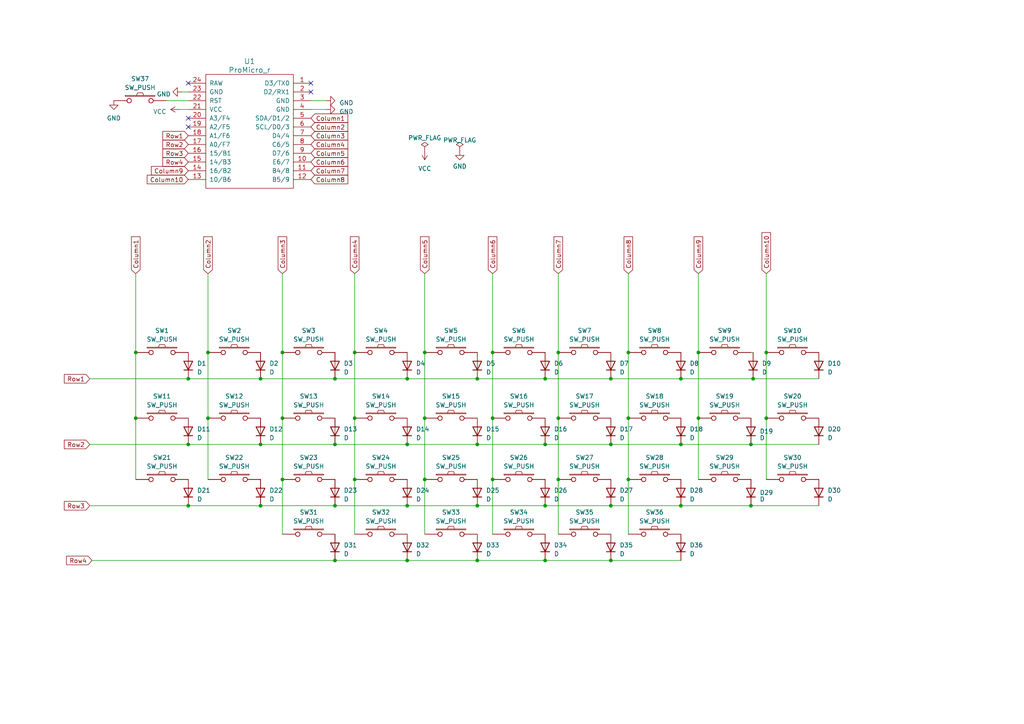
<source format=kicad_sch>
(kicad_sch (version 20230121) (generator eeschema)
  (paper "A4")
  (lib_symbols
    (symbol "Device:D" (pin_numbers hide) (pin_names (offset 1.016) hide)
      (property "Reference" "D" (at 0 2.54 0))
      (property "Value" "D" (at 0 -2.54 0))
      (symbol "D_0_1"
        (polyline (pts (xy -1.27 1.27) (xy -1.27 -1.27)) (stroke (width 0.254)))
        (polyline (pts (xy 1.27 0) (xy -1.27 0)))
        (polyline (pts (xy 1.27 1.27) (xy 1.27 -1.27) (xy -1.27 0) (xy 1.27 1.27)) (stroke (width 0.254)))
      )
      (symbol "D_1_1"
        (pin passive line (at -3.81 0 0) (length 2.54) (name "K") (number "1"))
        (pin passive line (at 3.81 0 180) (length 2.54) (name "A") (number "2"))
      )
    )
    (symbol "kbd:ProMicro_r" (pin_names (offset 1.016))
      (property "Reference" "U" (at 1.27 22.86 0))
      (property "Value" "ProMicro_r" (at 1.27 -15.24 0))
      (symbol "ProMicro_r_0_1"
        (rectangle (start 13.97 20.32) (end -11.43 -12.7))
      )
      (symbol "ProMicro_r_1_1"
        (pin bidirectional line (at 19.05 17.78 180) (length 5.08) (name "D3/TX0") (number "1"))
        (pin bidirectional line (at 19.05 -5.08 180) (length 5.08) (name "E6/7") (number "10"))
        (pin bidirectional line (at 19.05 -7.62 180) (length 5.08) (name "B4/8") (number "11"))
        (pin bidirectional line (at 19.05 -10.16 180) (length 5.08) (name "B5/9") (number "12"))
        (pin bidirectional line (at -16.51 -10.16 0) (length 5.08) (name "10/B6") (number "13"))
        (pin bidirectional line (at -16.51 -7.62 0) (length 5.08) (name "16/B2") (number "14"))
        (pin bidirectional line (at -16.51 -5.08 0) (length 5.08) (name "14/B3") (number "15"))
        (pin bidirectional line (at -16.51 -2.54 0) (length 5.08) (name "15/B1") (number "16"))
        (pin bidirectional line (at -16.51 0 0) (length 5.08) (name "A0/F7") (number "17"))
        (pin bidirectional line (at -16.51 2.54 0) (length 5.08) (name "A1/F6") (number "18"))
        (pin bidirectional line (at -16.51 5.08 0) (length 5.08) (name "A2/F5") (number "19"))
        (pin bidirectional line (at 19.05 15.24 180) (length 5.08) (name "D2/RX1") (number "2"))
        (pin bidirectional line (at -16.51 7.62 0) (length 5.08) (name "A3/F4") (number "20"))
        (pin power_in line (at -16.51 10.16 0) (length 5.08) (name "VCC") (number "21"))
        (pin input line (at -16.51 12.7 0) (length 5.08) (name "RST") (number "22"))
        (pin power_in line (at -16.51 15.24 0) (length 5.08) (name "GND") (number "23"))
        (pin power_out line (at -16.51 17.78 0) (length 5.08) (name "RAW") (number "24"))
        (pin power_in line (at 19.05 12.7 180) (length 5.08) (name "GND") (number "3"))
        (pin power_in line (at 19.05 10.16 180) (length 5.08) (name "GND") (number "4"))
        (pin bidirectional line (at 19.05 7.62 180) (length 5.08) (name "SDA/D1/2") (number "5"))
        (pin bidirectional line (at 19.05 5.08 180) (length 5.08) (name "SCL/D0/3") (number "6"))
        (pin bidirectional line (at 19.05 2.54 180) (length 5.08) (name "D4/4") (number "7"))
        (pin bidirectional line (at 19.05 0 180) (length 5.08) (name "C6/5") (number "8"))
        (pin bidirectional line (at 19.05 -2.54 180) (length 5.08) (name "D7/6") (number "9"))
      )
    )
    (symbol "kbd:SW_PUSH" (pin_numbers hide) (pin_names (offset 1.016) hide)
      (property "Reference" "SW" (at 3.81 2.794 0))
      (property "Value" "SW_PUSH" (at 0 -2.032 0))
      (symbol "SW_PUSH_0_1"
        (rectangle (start -4.318 1.27) (end 4.318 1.524))
        (polyline (pts (xy -1.016 1.524) (xy -0.762 2.286) (xy 0.762 2.286) (xy 1.016 1.524)))
        (pin passive inverted (at -7.62 0 0) (length 5.08) (name "1") (number "1"))
        (pin passive inverted (at 7.62 0 180) (length 5.08) (name "2") (number "2"))
      )
    )
    (symbol "power:GND" (power) (pin_names (offset 0))
      (property "Value" "GND" (at 0 -3.81 0))
      (symbol "GND_0_1"
        (polyline (pts (xy 0 0) (xy 0 -1.27) (xy 1.27 -1.27) (xy 0 -2.54) (xy -1.27 -1.27) (xy 0 -1.27)))
      )
      (symbol "GND_1_1"
        (pin power_in line (at 0 0 270) (length 0) hide (name "GND") (number "1"))
      )
    )
    (symbol "power:PWR_FLAG" (power) (pin_numbers hide) (pin_names (offset 0) hide)
      (property "Value" "PWR_FLAG" (at 0 3.81 0))
      (symbol "PWR_FLAG_0_0"
        (pin power_out line (at 0 0 90) (length 0) (name "pwr") (number "1"))
      )
      (symbol "PWR_FLAG_0_1"
        (polyline (pts (xy 0 0) (xy 0 1.27) (xy -1.016 1.905) (xy 0 2.54) (xy 1.016 1.905) (xy 0 1.27)))
      )
    )
    (symbol "power:VCC" (power) (pin_names (offset 0))
      (property "Value" "VCC" (at 0 3.81 0))
      (symbol "VCC_0_1"
        (polyline (pts (xy -0.762 1.27) (xy 0 2.54)))
        (polyline (pts (xy 0 0) (xy 0 2.54)))
        (polyline (pts (xy 0 2.54) (xy 0.762 1.27)))
      )
      (symbol "VCC_1_1"
        (pin power_in line (at 0 0 90) (length 0) hide (name "VCC") (number "1"))
      )
    )
  )
  (junction (at 177.165 109.855))
  (junction (at 158.115 162.56))
  (junction (at 97.155 162.56))
  (junction (at 202.565 102.235))
  (junction (at 54.61 109.855))
  (junction (at 161.925 139.065))
  (junction (at 138.43 162.56))
  (junction (at 138.43 146.685))
  (junction (at 142.875 102.235))
  (junction (at 39.37 102.235))
  (junction (at 222.25 121.285))
  (junction (at 81.915 121.285))
  (junction (at 118.11 146.685))
  (junction (at 197.485 109.855))
  (junction (at 102.87 102.235))
  (junction (at 158.115 128.905))
  (junction (at 218.44 109.855))
  (junction (at 81.915 102.235))
  (junction (at 161.925 121.285))
  (junction (at 142.875 139.065))
  (junction (at 54.61 146.685))
  (junction (at 123.19 121.285))
  (junction (at 158.115 109.855))
  (junction (at 177.165 162.56))
  (junction (at 197.485 128.905))
  (junction (at 182.245 121.285))
  (junction (at 60.325 102.235))
  (junction (at 158.115 146.685))
  (junction (at 118.11 109.855))
  (junction (at 81.915 139.065))
  (junction (at 118.11 128.905))
  (junction (at 217.805 128.905))
  (junction (at 138.43 109.855))
  (junction (at 123.19 102.235))
  (junction (at 161.925 102.235))
  (junction (at 54.61 128.905))
  (junction (at 182.245 139.065))
  (junction (at 75.565 109.855))
  (junction (at 142.875 121.285))
  (junction (at 182.245 102.235))
  (junction (at 102.87 121.285))
  (junction (at 97.155 146.685))
  (junction (at 217.805 146.685))
  (junction (at 102.87 139.065))
  (junction (at 202.565 121.285))
  (junction (at 39.37 121.285))
  (junction (at 138.43 128.905))
  (junction (at 197.485 146.685))
  (junction (at 222.25 102.235))
  (junction (at 75.565 128.905))
  (junction (at 75.565 146.685))
  (junction (at 123.19 139.065))
  (junction (at 177.165 128.905))
  (junction (at 60.325 121.285))
  (junction (at 97.155 128.905))
  (junction (at 97.155 109.855))
  (junction (at 177.165 146.685))
  (junction (at 118.11 162.56))
  (no_connect (at 54.61 36.83))
  (no_connect (at 90.17 24.13))
  (no_connect (at 90.17 26.67))
  (no_connect (at 54.61 24.13))
  (no_connect (at 54.61 34.29))
  (wire (pts (xy 118.11 146.685) (xy 138.43 146.685)))
  (wire (pts (xy 52.07 31.75) (xy 54.61 31.75)))
  (wire (pts (xy 222.25 79.375) (xy 222.25 102.235)))
  (wire (pts (xy 60.325 102.235) (xy 60.325 121.285)))
  (wire (pts (xy 177.165 128.905) (xy 197.485 128.905)))
  (wire (pts (xy 138.43 146.685) (xy 158.115 146.685)))
  (wire (pts (xy 81.915 102.235) (xy 81.915 121.285)))
  (wire (pts (xy 102.87 79.375) (xy 102.87 102.235)))
  (wire (pts (xy 97.155 109.855) (xy 118.11 109.855)))
  (wire (pts (xy 123.19 102.235) (xy 123.19 121.285)))
  (wire (pts (xy 54.61 128.905) (xy 75.565 128.905)))
  (wire (pts (xy 197.485 109.855) (xy 218.44 109.855)))
  (wire (pts (xy 217.805 128.905) (xy 237.49 128.905)))
  (wire (pts (xy 94.615 31.75) (xy 90.17 31.75)))
  (wire (pts (xy 102.87 121.285) (xy 102.87 139.065)))
  (wire (pts (xy 161.925 79.375) (xy 161.925 102.235)))
  (wire (pts (xy 142.875 79.375) (xy 142.875 102.235)))
  (wire (pts (xy 161.925 102.235) (xy 161.925 121.285)))
  (wire (pts (xy 197.485 128.905) (xy 217.805 128.905)))
  (wire (pts (xy 217.805 102.235) (xy 218.44 102.235)))
  (wire (pts (xy 60.325 121.285) (xy 60.325 139.065)))
  (wire (pts (xy 102.87 102.235) (xy 102.87 121.285)))
  (wire (pts (xy 158.115 162.56) (xy 177.165 162.56)))
  (wire (pts (xy 197.485 146.685) (xy 217.805 146.685)))
  (wire (pts (xy 217.805 146.685) (xy 237.49 146.685)))
  (wire (pts (xy 39.37 102.235) (xy 39.37 121.285)))
  (wire (pts (xy 75.565 128.905) (xy 97.155 128.905)))
  (wire (pts (xy 75.565 109.855) (xy 97.155 109.855)))
  (wire (pts (xy 138.43 109.855) (xy 158.115 109.855)))
  (wire (pts (xy 94.615 29.21) (xy 90.17 29.21)))
  (wire (pts (xy 26.035 128.905) (xy 54.61 128.905)))
  (wire (pts (xy 123.19 79.375) (xy 123.19 102.235)))
  (wire (pts (xy 39.37 79.375) (xy 39.37 102.235)))
  (wire (pts (xy 142.875 139.065) (xy 142.875 154.94)))
  (wire (pts (xy 177.165 109.855) (xy 197.485 109.855)))
  (wire (pts (xy 161.925 121.285) (xy 161.925 139.065)))
  (wire (pts (xy 202.565 121.285) (xy 202.565 139.065)))
  (wire (pts (xy 118.11 162.56) (xy 138.43 162.56)))
  (wire (pts (xy 54.61 146.685) (xy 75.565 146.685)))
  (wire (pts (xy 26.035 109.855) (xy 54.61 109.855)))
  (wire (pts (xy 158.115 128.905) (xy 177.165 128.905)))
  (wire (pts (xy 138.43 162.56) (xy 158.115 162.56)))
  (wire (pts (xy 39.37 121.285) (xy 39.37 139.065)))
  (wire (pts (xy 182.245 102.235) (xy 182.245 121.285)))
  (wire (pts (xy 222.25 102.235) (xy 222.25 121.285)))
  (wire (pts (xy 75.565 146.685) (xy 97.155 146.685)))
  (wire (pts (xy 54.61 109.855) (xy 75.565 109.855)))
  (wire (pts (xy 182.245 79.375) (xy 182.245 102.235)))
  (wire (pts (xy 26.035 146.685) (xy 54.61 146.685)))
  (wire (pts (xy 202.565 102.235) (xy 202.565 121.285)))
  (wire (pts (xy 182.245 139.065) (xy 182.245 154.94)))
  (wire (pts (xy 26.67 162.56) (xy 97.155 162.56)))
  (wire (pts (xy 142.875 102.235) (xy 142.875 121.285)))
  (wire (pts (xy 81.915 121.285) (xy 81.915 139.065)))
  (wire (pts (xy 97.155 146.685) (xy 118.11 146.685)))
  (wire (pts (xy 161.925 139.065) (xy 161.925 154.94)))
  (wire (pts (xy 123.19 121.285) (xy 123.19 139.065)))
  (wire (pts (xy 222.25 121.285) (xy 222.25 139.065)))
  (wire (pts (xy 177.165 162.56) (xy 197.485 162.56)))
  (wire (pts (xy 52.705 26.67) (xy 54.61 26.67)))
  (wire (pts (xy 158.115 109.855) (xy 177.165 109.855)))
  (wire (pts (xy 118.11 128.905) (xy 138.43 128.905)))
  (wire (pts (xy 142.875 121.285) (xy 142.875 139.065)))
  (wire (pts (xy 123.19 139.065) (xy 123.19 154.94)))
  (wire (pts (xy 118.11 109.855) (xy 138.43 109.855)))
  (wire (pts (xy 182.245 121.285) (xy 182.245 139.065)))
  (wire (pts (xy 177.165 146.685) (xy 197.485 146.685)))
  (wire (pts (xy 102.87 139.065) (xy 102.87 154.94)))
  (wire (pts (xy 202.565 79.375) (xy 202.565 102.235)))
  (wire (pts (xy 97.155 128.905) (xy 118.11 128.905)))
  (wire (pts (xy 81.915 139.065) (xy 81.915 154.94)))
  (wire (pts (xy 218.44 109.855) (xy 237.49 109.855)))
  (wire (pts (xy 81.915 79.375) (xy 81.915 102.235)))
  (wire (pts (xy 158.115 146.685) (xy 177.165 146.685)))
  (wire (pts (xy 60.325 79.375) (xy 60.325 102.235)))
  (wire (pts (xy 48.26 29.21) (xy 54.61 29.21)))
  (wire (pts (xy 97.155 162.56) (xy 118.11 162.56)))
  (wire (pts (xy 138.43 128.905) (xy 158.115 128.905)))
  (global_label "Row2" (shape input) (at 26.035 128.905 180) (property "Intersheetrefs" "${INTERSHEET_REFS}" (effects hide)))
  (global_label "Row4" (shape input) (at 54.61 46.99 180) (property "Intersheetrefs" "${INTERSHEET_REFS}" (effects hide)))
  (global_label "Column2" (shape input) (at 60.325 79.375 90) (property "Intersheetrefs" "${INTERSHEET_REFS}" (effects hide)))
  (global_label "Column3" (shape input) (at 81.915 79.375 90) (property "Intersheetrefs" "${INTERSHEET_REFS}" (effects hide)))
  (global_label "Row1" (shape input) (at 26.035 109.855 180) (property "Intersheetrefs" "${INTERSHEET_REFS}" (effects hide)))
  (global_label "Row4" (shape input) (at 26.67 162.56 180) (property "Intersheetrefs" "${INTERSHEET_REFS}" (effects hide)))
  (global_label "Column6" (shape input) (at 90.17 46.99 0) (property "Intersheetrefs" "${INTERSHEET_REFS}" (effects hide)))
  (global_label "Column8" (shape input) (at 90.17 52.07 0) (property "Intersheetrefs" "${INTERSHEET_REFS}" (effects hide)))
  (global_label "Column4" (shape input) (at 90.17 41.91 0) (property "Intersheetrefs" "${INTERSHEET_REFS}" (effects hide)))
  (global_label "Column4" (shape input) (at 102.87 79.375 90) (property "Intersheetrefs" "${INTERSHEET_REFS}" (effects hide)))
  (global_label "Column9" (shape input) (at 202.565 79.375 90) (property "Intersheetrefs" "${INTERSHEET_REFS}" (effects hide)))
  (global_label "Column5" (shape input) (at 90.17 44.45 0) (property "Intersheetrefs" "${INTERSHEET_REFS}" (effects hide)))
  (global_label "Column7" (shape input) (at 90.17 49.53 0) (property "Intersheetrefs" "${INTERSHEET_REFS}" (effects hide)))
  (global_label "Column5" (shape input) (at 123.19 79.375 90) (property "Intersheetrefs" "${INTERSHEET_REFS}" (effects hide)))
  (global_label "Column10" (shape input) (at 222.25 79.375 90) (property "Intersheetrefs" "${INTERSHEET_REFS}" (effects hide)))
  (global_label "Column9" (shape input) (at 54.61 49.53 180) (property "Intersheetrefs" "${INTERSHEET_REFS}" (effects hide)))
  (global_label "Column7" (shape input) (at 161.925 79.375 90) (property "Intersheetrefs" "${INTERSHEET_REFS}" (effects hide)))
  (global_label "Column6" (shape input) (at 142.875 79.375 90) (property "Intersheetrefs" "${INTERSHEET_REFS}" (effects hide)))
  (global_label "Row2" (shape input) (at 54.61 41.91 180) (property "Intersheetrefs" "${INTERSHEET_REFS}" (effects hide)))
  (global_label "Column2" (shape input) (at 90.17 36.83 0) (property "Intersheetrefs" "${INTERSHEET_REFS}" (effects hide)))
  (global_label "Column1" (shape input) (at 90.17 34.29 0) (property "Intersheetrefs" "${INTERSHEET_REFS}" (effects hide)))
  (global_label "Row3" (shape input) (at 54.61 44.45 180) (property "Intersheetrefs" "${INTERSHEET_REFS}" (effects hide)))
  (global_label "Column10" (shape input) (at 54.61 52.07 180) (property "Intersheetrefs" "${INTERSHEET_REFS}" (effects hide)))
  (global_label "Row1" (shape input) (at 54.61 39.37 180) (property "Intersheetrefs" "${INTERSHEET_REFS}" (effects hide)))
  (global_label "Row3" (shape input) (at 26.035 146.685 180) (property "Intersheetrefs" "${INTERSHEET_REFS}" (effects hide)))
  (global_label "Column3" (shape input) (at 90.17 39.37 0) (property "Intersheetrefs" "${INTERSHEET_REFS}" (effects hide)))
  (global_label "Column8" (shape input) (at 182.245 79.375 90) (property "Intersheetrefs" "${INTERSHEET_REFS}" (effects hide)))
  (global_label "Column1" (shape input) (at 39.37 79.375 90) (property "Intersheetrefs" "${INTERSHEET_REFS}" (effects hide)))
  (symbol (lib_id "Device:D") (at 158.115 158.75 90) (unit 1)
    (property "Reference" "D34" (at 160.655 158.115 90) (effects (justify right)))
    (property "Value" "D" (at 160.655 160.655 90) (effects (justify right)))
    (property "Footprint" "kbd:D3_SMD" (effects hide))
    (property "Sim.Device" "D" (effects hide))
    (property "Sim.Pins" "1=K 2=A" (effects hide))
  )
  (symbol (lib_id "kbd:SW_PUSH") (at 169.545 102.235 0) (unit 1)
    (property "Reference" "SW7" (at 169.545 95.885 0))
    (property "Value" "SW_PUSH" (at 169.545 98.425 0))
    (property "Footprint" "kbd:CherryMX_Hotswap" (effects hide))
  )
  (symbol (lib_id "kbd:SW_PUSH") (at 130.81 121.285 0) (unit 1)
    (property "Reference" "SW15" (at 130.81 114.935 0))
    (property "Value" "SW_PUSH" (at 130.81 117.475 0))
    (property "Footprint" "kbd:CherryMX_Hotswap" (effects hide))
  )
  (symbol (lib_id "kbd:SW_PUSH") (at 210.185 102.235 0) (unit 1)
    (property "Reference" "SW9" (at 210.185 95.885 0))
    (property "Value" "SW_PUSH" (at 210.185 98.425 0))
    (property "Footprint" "kbd:CherryMX_Hotswap" (effects hide))
  )
  (symbol (lib_id "power:VCC") (at 52.07 31.75 90) (unit 1)
    (property "Reference" "#PWR07" (effects hide))
    (property "Value" "VCC" (at 48.26 32.385 90) (effects (justify left)))
  )
  (symbol (lib_id "kbd:SW_PUSH") (at 169.545 139.065 0) (unit 1)
    (property "Reference" "SW27" (at 169.545 132.715 0))
    (property "Value" "SW_PUSH" (at 169.545 135.255 0))
    (property "Footprint" "kbd:CherryMX_Hotswap" (effects hide))
  )
  (symbol (lib_id "Device:D") (at 97.155 106.045 90) (unit 1)
    (property "Reference" "D3" (at 99.695 105.41 90) (effects (justify right)))
    (property "Value" "D" (at 99.695 107.95 90) (effects (justify right)))
    (property "Footprint" "kbd:D3_SMD" (effects hide))
    (property "Sim.Device" "D" (effects hide))
    (property "Sim.Pins" "1=K 2=A" (effects hide))
  )
  (symbol (lib_id "Device:D") (at 197.485 125.095 90) (unit 1)
    (property "Reference" "D18" (at 200.025 124.46 90) (effects (justify right)))
    (property "Value" "D" (at 200.025 127 90) (effects (justify right)))
    (property "Footprint" "kbd:D3_SMD" (effects hide))
    (property "Sim.Device" "D" (effects hide))
    (property "Sim.Pins" "1=K 2=A" (effects hide))
  )
  (symbol (lib_id "Device:D") (at 54.61 106.045 90) (unit 1)
    (property "Reference" "D1" (at 57.15 105.41 90) (effects (justify right)))
    (property "Value" "D" (at 57.15 107.95 90) (effects (justify right)))
    (property "Footprint" "kbd:D3_SMD" (effects hide))
    (property "Sim.Device" "D" (effects hide))
    (property "Sim.Pins" "1=K 2=A" (effects hide))
  )
  (symbol (lib_id "Device:D") (at 218.44 106.045 90) (unit 1)
    (property "Reference" "D9" (at 220.98 105.41 90) (effects (justify right)))
    (property "Value" "D" (at 220.98 107.95 90) (effects (justify right)))
    (property "Footprint" "kbd:D3_SMD" (effects hide))
    (property "Sim.Device" "D" (effects hide))
    (property "Sim.Pins" "1=K 2=A" (effects hide))
  )
  (symbol (lib_id "kbd:SW_PUSH") (at 150.495 121.285 0) (unit 1)
    (property "Reference" "SW16" (at 150.495 114.935 0))
    (property "Value" "SW_PUSH" (at 150.495 117.475 0))
    (property "Footprint" "kbd:CherryMX_Hotswap" (effects hide))
  )
  (symbol (lib_id "kbd:SW_PUSH") (at 130.81 139.065 0) (unit 1)
    (property "Reference" "SW25" (at 130.81 132.715 0))
    (property "Value" "SW_PUSH" (at 130.81 135.255 0))
    (property "Footprint" "kbd:CherryMX_Hotswap" (effects hide))
  )
  (symbol (lib_id "kbd:SW_PUSH") (at 110.49 154.94 0) (unit 1)
    (property "Reference" "SW32" (at 110.49 148.59 0))
    (property "Value" "SW_PUSH" (at 110.49 151.13 0))
    (property "Footprint" "kbd:CherryMX_Hotswap" (effects hide))
  )
  (symbol (lib_id "Device:D") (at 118.11 142.875 90) (unit 1)
    (property "Reference" "D24" (at 120.65 142.24 90) (effects (justify right)))
    (property "Value" "D" (at 120.65 144.78 90) (effects (justify right)))
    (property "Footprint" "kbd:D3_SMD" (effects hide))
    (property "Sim.Device" "D" (effects hide))
    (property "Sim.Pins" "1=K 2=A" (effects hide))
  )
  (symbol (lib_id "Device:D") (at 197.485 106.045 90) (unit 1)
    (property "Reference" "D8" (at 200.025 105.41 90) (effects (justify right)))
    (property "Value" "D" (at 200.025 107.95 90) (effects (justify right)))
    (property "Footprint" "kbd:D3_SMD" (effects hide))
    (property "Sim.Device" "D" (effects hide))
    (property "Sim.Pins" "1=K 2=A" (effects hide))
  )
  (symbol (lib_id "Device:D") (at 138.43 142.875 90) (unit 1)
    (property "Reference" "D25" (at 140.97 142.24 90) (effects (justify right)))
    (property "Value" "D" (at 140.97 144.78 90) (effects (justify right)))
    (property "Footprint" "kbd:D3_SMD" (effects hide))
    (property "Sim.Device" "D" (effects hide))
    (property "Sim.Pins" "1=K 2=A" (effects hide))
  )
  (symbol (lib_id "kbd:SW_PUSH") (at 110.49 139.065 0) (unit 1)
    (property "Reference" "SW24" (at 110.49 132.715 0))
    (property "Value" "SW_PUSH" (at 110.49 135.255 0))
    (property "Footprint" "kbd:CherryMX_Hotswap" (effects hide))
  )
  (symbol (lib_id "Device:D") (at 177.165 158.75 90) (unit 1)
    (property "Reference" "D35" (at 179.705 158.115 90) (effects (justify right)))
    (property "Value" "D" (at 179.705 160.655 90) (effects (justify right)))
    (property "Footprint" "kbd:D3_SMD" (effects hide))
    (property "Sim.Device" "D" (effects hide))
    (property "Sim.Pins" "1=K 2=A" (effects hide))
  )
  (symbol (lib_id "power:GND") (at 52.705 26.67 270) (unit 1)
    (property "Reference" "#PWR01" (effects hide))
    (property "Value" "GND" (at 49.53 27.305 90) (effects (justify right)))
  )
  (symbol (lib_id "kbd:SW_PUSH") (at 210.185 121.285 0) (unit 1)
    (property "Reference" "SW19" (at 210.185 114.935 0))
    (property "Value" "SW_PUSH" (at 210.185 117.475 0))
    (property "Footprint" "kbd:CherryMX_Hotswap" (effects hide))
  )
  (symbol (lib_id "Device:D") (at 75.565 106.045 90) (unit 1)
    (property "Reference" "D2" (at 78.105 105.41 90) (effects (justify right)))
    (property "Value" "D" (at 78.105 107.95 90) (effects (justify right)))
    (property "Footprint" "kbd:D3_SMD" (effects hide))
    (property "Sim.Device" "D" (effects hide))
    (property "Sim.Pins" "1=K 2=A" (effects hide))
  )
  (symbol (lib_id "kbd:SW_PUSH") (at 40.64 29.21 0) (unit 1)
    (property "Reference" "SW37" (at 40.64 22.86 0))
    (property "Value" "SW_PUSH" (at 40.64 25.4 0))
    (property "Footprint" "kbd:ResetSW" (effects hide))
  )
  (symbol (lib_id "power:GND") (at 133.35 43.815 0) (unit 1)
    (property "Reference" "#PWR06" (effects hide))
    (property "Value" "GND" (at 133.35 48.26 0))
  )
  (symbol (lib_id "kbd:SW_PUSH") (at 189.865 139.065 0) (unit 1)
    (property "Reference" "SW28" (at 189.865 132.715 0))
    (property "Value" "SW_PUSH" (at 189.865 135.255 0))
    (property "Footprint" "kbd:CherryMX_Hotswap" (effects hide))
  )
  (symbol (lib_id "kbd:SW_PUSH") (at 110.49 121.285 0) (unit 1)
    (property "Reference" "SW14" (at 110.49 114.935 0))
    (property "Value" "SW_PUSH" (at 110.49 117.475 0))
    (property "Footprint" "kbd:CherryMX_Hotswap" (effects hide))
  )
  (symbol (lib_id "Device:D") (at 118.11 106.045 90) (unit 1)
    (property "Reference" "D4" (at 120.65 105.41 90) (effects (justify right)))
    (property "Value" "D" (at 120.65 107.95 90) (effects (justify right)))
    (property "Footprint" "kbd:D3_SMD" (effects hide))
    (property "Sim.Device" "D" (effects hide))
    (property "Sim.Pins" "1=K 2=A" (effects hide))
  )
  (symbol (lib_id "Device:D") (at 197.485 142.875 90) (unit 1)
    (property "Reference" "D28" (at 200.025 142.24 90) (effects (justify right)))
    (property "Value" "D" (at 200.025 144.78 90) (effects (justify right)))
    (property "Footprint" "kbd:D3_SMD" (effects hide))
    (property "Sim.Device" "D" (effects hide))
    (property "Sim.Pins" "1=K 2=A" (effects hide))
  )
  (symbol (lib_id "kbd:SW_PUSH") (at 189.865 121.285 0) (unit 1)
    (property "Reference" "SW18" (at 189.865 114.935 0))
    (property "Value" "SW_PUSH" (at 189.865 117.475 0))
    (property "Footprint" "kbd:CherryMX_Hotswap" (effects hide))
  )
  (symbol (lib_id "kbd:SW_PUSH") (at 110.49 102.235 0) (unit 1)
    (property "Reference" "SW4" (at 110.49 95.885 0))
    (property "Value" "SW_PUSH" (at 110.49 98.425 0))
    (property "Footprint" "kbd:CherryMX_Hotswap" (effects hide))
  )
  (symbol (lib_id "Device:D") (at 138.43 125.095 90) (unit 1)
    (property "Reference" "D15" (at 140.97 124.46 90) (effects (justify right)))
    (property "Value" "D" (at 140.97 127 90) (effects (justify right)))
    (property "Footprint" "kbd:D3_SMD" (effects hide))
    (property "Sim.Device" "D" (effects hide))
    (property "Sim.Pins" "1=K 2=A" (effects hide))
  )
  (symbol (lib_id "Device:D") (at 97.155 142.875 90) (unit 1)
    (property "Reference" "D23" (at 99.695 142.24 90) (effects (justify right)))
    (property "Value" "D" (at 99.695 144.78 90) (effects (justify right)))
    (property "Footprint" "kbd:D3_SMD" (effects hide))
    (property "Sim.Device" "D" (effects hide))
    (property "Sim.Pins" "1=K 2=A" (effects hide))
  )
  (symbol (lib_id "Device:D") (at 97.155 158.75 90) (unit 1)
    (property "Reference" "D31" (at 99.695 158.115 90) (effects (justify right)))
    (property "Value" "D" (at 99.695 160.655 90) (effects (justify right)))
    (property "Footprint" "kbd:D3_SMD" (effects hide))
    (property "Sim.Device" "D" (effects hide))
    (property "Sim.Pins" "1=K 2=A" (effects hide))
  )
  (symbol (lib_id "kbd:SW_PUSH") (at 89.535 102.235 0) (unit 1)
    (property "Reference" "SW3" (at 89.535 95.885 0))
    (property "Value" "SW_PUSH" (at 89.535 98.425 0))
    (property "Footprint" "kbd:CherryMX_Hotswap" (effects hide))
  )
  (symbol (lib_id "kbd:SW_PUSH") (at 150.495 139.065 0) (unit 1)
    (property "Reference" "SW26" (at 150.495 132.715 0))
    (property "Value" "SW_PUSH" (at 150.495 135.255 0))
    (property "Footprint" "kbd:CherryMX_Hotswap" (effects hide))
  )
  (symbol (lib_id "kbd:SW_PUSH") (at 229.87 121.285 0) (unit 1)
    (property "Reference" "SW20" (at 229.87 114.935 0))
    (property "Value" "SW_PUSH" (at 229.87 117.475 0))
    (property "Footprint" "kbd:CherryMX_Hotswap" (effects hide))
  )
  (symbol (lib_id "Device:D") (at 138.43 106.045 90) (unit 1)
    (property "Reference" "D5" (at 140.97 105.41 90) (effects (justify right)))
    (property "Value" "D" (at 140.97 107.95 90) (effects (justify right)))
    (property "Footprint" "kbd:D3_SMD" (effects hide))
    (property "Sim.Device" "D" (effects hide))
    (property "Sim.Pins" "1=K 2=A" (effects hide))
  )
  (symbol (lib_id "kbd:SW_PUSH") (at 67.945 121.285 0) (unit 1)
    (property "Reference" "SW12" (at 67.945 114.935 0))
    (property "Value" "SW_PUSH" (at 67.945 117.475 0))
    (property "Footprint" "kbd:CherryMX_Hotswap" (effects hide))
  )
  (symbol (lib_id "kbd:SW_PUSH") (at 229.87 102.235 0) (unit 1)
    (property "Reference" "SW10" (at 229.87 95.885 0))
    (property "Value" "SW_PUSH" (at 229.87 98.425 0))
    (property "Footprint" "kbd:CherryMX_Hotswap" (effects hide))
  )
  (symbol (lib_id "kbd:ProMicro_r") (at 71.12 41.91 0) (unit 1)
    (property "Reference" "U1" (at 72.39 17.78 0) (effects (font (size 1.524 1.524))))
    (property "Value" "ProMicro_r" (at 72.39 20.32 0) (effects (font (size 1.524 1.524))))
    (property "Footprint" "kbd:ProMicro_v3.5" (effects hide))
  )
  (symbol (lib_id "kbd:SW_PUSH") (at 46.99 121.285 0) (unit 1)
    (property "Reference" "SW11" (at 46.99 114.935 0))
    (property "Value" "SW_PUSH" (at 46.99 117.475 0))
    (property "Footprint" "kbd:CherryMX_Hotswap" (effects hide))
  )
  (symbol (lib_id "kbd:SW_PUSH") (at 189.865 154.94 0) (unit 1)
    (property "Reference" "SW36" (at 189.865 148.59 0))
    (property "Value" "SW_PUSH" (at 189.865 151.13 0))
    (property "Footprint" "kbd:CherryMX_Hotswap" (effects hide))
  )
  (symbol (lib_id "kbd:SW_PUSH") (at 189.865 102.235 0) (unit 1)
    (property "Reference" "SW8" (at 189.865 95.885 0))
    (property "Value" "SW_PUSH" (at 189.865 98.425 0))
    (property "Footprint" "kbd:CherryMX_Hotswap" (effects hide))
  )
  (symbol (lib_id "Device:D") (at 158.115 125.095 90) (unit 1)
    (property "Reference" "D16" (at 160.655 124.46 90) (effects (justify right)))
    (property "Value" "D" (at 160.655 127 90) (effects (justify right)))
    (property "Footprint" "kbd:D3_SMD" (effects hide))
    (property "Sim.Device" "D" (effects hide))
    (property "Sim.Pins" "1=K 2=A" (effects hide))
  )
  (symbol (lib_id "kbd:SW_PUSH") (at 67.945 102.235 0) (unit 1)
    (property "Reference" "SW2" (at 67.945 95.885 0))
    (property "Value" "SW_PUSH" (at 67.945 98.425 0))
    (property "Footprint" "kbd:CherryMX_Hotswap" (effects hide))
  )
  (symbol (lib_id "kbd:SW_PUSH") (at 169.545 121.285 0) (unit 1)
    (property "Reference" "SW17" (at 169.545 114.935 0))
    (property "Value" "SW_PUSH" (at 169.545 117.475 0))
    (property "Footprint" "kbd:CherryMX_Hotswap" (effects hide))
  )
  (symbol (lib_id "Device:D") (at 54.61 125.095 90) (unit 1)
    (property "Reference" "D11" (at 57.15 124.46 90) (effects (justify right)))
    (property "Value" "D" (at 57.15 127 90) (effects (justify right)))
    (property "Footprint" "kbd:D3_SMD" (effects hide))
    (property "Sim.Device" "D" (effects hide))
    (property "Sim.Pins" "1=K 2=A" (effects hide))
  )
  (symbol (lib_id "kbd:SW_PUSH") (at 89.535 154.94 0) (unit 1)
    (property "Reference" "SW31" (at 89.535 148.59 0))
    (property "Value" "SW_PUSH" (at 89.535 151.13 0))
    (property "Footprint" "kbd:CherryMX_Hotswap" (effects hide))
  )
  (symbol (lib_id "Device:D") (at 217.805 125.095 90) (unit 1)
    (property "Reference" "D19" (at 220.345 125.095 90) (effects (justify right)))
    (property "Value" "D" (at 220.345 127 90) (effects (justify right)))
    (property "Footprint" "kbd:D3_SMD" (effects hide))
    (property "Sim.Device" "D" (effects hide))
    (property "Sim.Pins" "1=K 2=A" (effects hide))
  )
  (symbol (lib_id "kbd:SW_PUSH") (at 130.81 102.235 0) (unit 1)
    (property "Reference" "SW5" (at 130.81 95.885 0))
    (property "Value" "SW_PUSH" (at 130.81 98.425 0))
    (property "Footprint" "kbd:CherryMX_Hotswap" (effects hide))
  )
  (symbol (lib_id "power:GND") (at 94.615 31.75 90) (unit 1)
    (property "Reference" "#PWR04" (effects hide))
    (property "Value" "GND" (at 98.425 32.385 90) (effects (justify right)))
  )
  (symbol (lib_id "Device:D") (at 177.165 125.095 90) (unit 1)
    (property "Reference" "D17" (at 179.705 124.46 90) (effects (justify right)))
    (property "Value" "D" (at 179.705 127 90) (effects (justify right)))
    (property "Footprint" "kbd:D3_SMD" (effects hide))
    (property "Sim.Device" "D" (effects hide))
    (property "Sim.Pins" "1=K 2=A" (effects hide))
  )
  (symbol (lib_id "kbd:SW_PUSH") (at 130.81 154.94 0) (unit 1)
    (property "Reference" "SW33" (at 130.81 148.59 0))
    (property "Value" "SW_PUSH" (at 130.81 151.13 0))
    (property "Footprint" "kbd:CherryMX_Hotswap" (effects hide))
  )
  (symbol (lib_id "kbd:SW_PUSH") (at 46.99 139.065 0) (unit 1)
    (property "Reference" "SW21" (at 46.99 132.715 0))
    (property "Value" "SW_PUSH" (at 46.99 135.255 0))
    (property "Footprint" "kbd:CherryMX_Hotswap" (effects hide))
  )
  (symbol (lib_id "Device:D") (at 237.49 106.045 90) (unit 1)
    (property "Reference" "D10" (at 240.03 105.41 90) (effects (justify right)))
    (property "Value" "D" (at 240.03 107.95 90) (effects (justify right)))
    (property "Footprint" "kbd:D3_SMD" (effects hide))
    (property "Sim.Device" "D" (effects hide))
    (property "Sim.Pins" "1=K 2=A" (effects hide))
  )
  (symbol (lib_id "power:PWR_FLAG") (at 133.35 43.815 0) (unit 1)
    (property "Reference" "#FLG02" (effects hide))
    (property "Value" "PWR_FLAG" (at 133.35 40.64 0))
  )
  (symbol (lib_id "kbd:SW_PUSH") (at 169.545 154.94 0) (unit 1)
    (property "Reference" "SW35" (at 169.545 148.59 0))
    (property "Value" "SW_PUSH" (at 169.545 151.13 0))
    (property "Footprint" "kbd:CherryMX_Hotswap" (effects hide))
  )
  (symbol (lib_id "Device:D") (at 138.43 158.75 90) (unit 1)
    (property "Reference" "D33" (at 140.97 158.115 90) (effects (justify right)))
    (property "Value" "D" (at 140.97 160.655 90) (effects (justify right)))
    (property "Footprint" "kbd:D3_SMD" (effects hide))
    (property "Sim.Device" "D" (effects hide))
    (property "Sim.Pins" "1=K 2=A" (effects hide))
  )
  (symbol (lib_id "Device:D") (at 97.155 125.095 90) (unit 1)
    (property "Reference" "D13" (at 99.695 124.46 90) (effects (justify right)))
    (property "Value" "D" (at 99.695 127 90) (effects (justify right)))
    (property "Footprint" "kbd:D3_SMD" (effects hide))
    (property "Sim.Device" "D" (effects hide))
    (property "Sim.Pins" "1=K 2=A" (effects hide))
  )
  (symbol (lib_id "Device:D") (at 54.61 142.875 90) (unit 1)
    (property "Reference" "D21" (at 57.15 142.24 90) (effects (justify right)))
    (property "Value" "D" (at 57.15 144.78 90) (effects (justify right)))
    (property "Footprint" "kbd:D3_SMD" (effects hide))
    (property "Sim.Device" "D" (effects hide))
    (property "Sim.Pins" "1=K 2=A" (effects hide))
  )
  (symbol (lib_id "kbd:SW_PUSH") (at 46.99 102.235 0) (unit 1)
    (property "Reference" "SW1" (at 46.99 95.885 0))
    (property "Value" "SW_PUSH" (at 46.99 98.425 0))
    (property "Footprint" "kbd:CherryMX_Hotswap" (effects hide))
  )
  (symbol (lib_id "kbd:SW_PUSH") (at 67.945 139.065 0) (unit 1)
    (property "Reference" "SW22" (at 67.945 132.715 0))
    (property "Value" "SW_PUSH" (at 67.945 135.255 0))
    (property "Footprint" "kbd:CherryMX_Hotswap" (effects hide))
  )
  (symbol (lib_id "kbd:SW_PUSH") (at 210.185 139.065 0) (unit 1)
    (property "Reference" "SW29" (at 210.185 132.715 0))
    (property "Value" "SW_PUSH" (at 210.185 135.255 0))
    (property "Footprint" "kbd:CherryMX_Hotswap" (effects hide))
  )
  (symbol (lib_id "Device:D") (at 158.115 142.875 90) (unit 1)
    (property "Reference" "D26" (at 160.655 142.24 90) (effects (justify right)))
    (property "Value" "D" (at 160.655 144.78 90) (effects (justify right)))
    (property "Footprint" "kbd:D3_SMD" (effects hide))
    (property "Sim.Device" "D" (effects hide))
    (property "Sim.Pins" "1=K 2=A" (effects hide))
  )
  (symbol (lib_id "kbd:SW_PUSH") (at 89.535 139.065 0) (unit 1)
    (property "Reference" "SW23" (at 89.535 132.715 0))
    (property "Value" "SW_PUSH" (at 89.535 135.255 0))
    (property "Footprint" "kbd:CherryMX_Hotswap" (effects hide))
  )
  (symbol (lib_id "Device:D") (at 217.805 142.875 90) (unit 1)
    (property "Reference" "D29" (at 220.345 142.875 90) (effects (justify right)))
    (property "Value" "D" (at 220.345 144.78 90) (effects (justify right)))
    (property "Footprint" "kbd:D3_SMD" (effects hide))
    (property "Sim.Device" "D" (effects hide))
    (property "Sim.Pins" "1=K 2=A" (effects hide))
  )
  (symbol (lib_id "Device:D") (at 158.115 106.045 90) (unit 1)
    (property "Reference" "D6" (at 160.655 105.41 90) (effects (justify right)))
    (property "Value" "D" (at 160.655 107.95 90) (effects (justify right)))
    (property "Footprint" "kbd:D3_SMD" (effects hide))
    (property "Sim.Device" "D" (effects hide))
    (property "Sim.Pins" "1=K 2=A" (effects hide))
  )
  (symbol (lib_id "Device:D") (at 118.11 158.75 90) (unit 1)
    (property "Reference" "D32" (at 120.65 158.115 90) (effects (justify right)))
    (property "Value" "D" (at 120.65 160.655 90) (effects (justify right)))
    (property "Footprint" "kbd:D3_SMD" (effects hide))
    (property "Sim.Device" "D" (effects hide))
    (property "Sim.Pins" "1=K 2=A" (effects hide))
  )
  (symbol (lib_id "power:GND") (at 33.02 29.21 0) (unit 1)
    (property "Reference" "#PWR02" (effects hide))
    (property "Value" "GND" (at 33.02 34.29 0))
  )
  (symbol (lib_id "power:GND") (at 94.615 29.21 90) (unit 1)
    (property "Reference" "#PWR03" (effects hide))
    (property "Value" "GND" (at 98.425 29.845 90) (effects (justify right)))
  )
  (symbol (lib_id "Device:D") (at 237.49 142.875 90) (unit 1)
    (property "Reference" "D30" (at 240.03 142.24 90) (effects (justify right)))
    (property "Value" "D" (at 240.03 144.78 90) (effects (justify right)))
    (property "Footprint" "kbd:D3_SMD" (effects hide))
    (property "Sim.Device" "D" (effects hide))
    (property "Sim.Pins" "1=K 2=A" (effects hide))
  )
  (symbol (lib_id "Device:D") (at 177.165 106.045 90) (unit 1)
    (property "Reference" "D7" (at 179.705 105.41 90) (effects (justify right)))
    (property "Value" "D" (at 179.705 107.95 90) (effects (justify right)))
    (property "Footprint" "kbd:D3_SMD" (effects hide))
    (property "Sim.Device" "D" (effects hide))
    (property "Sim.Pins" "1=K 2=A" (effects hide))
  )
  (symbol (lib_id "kbd:SW_PUSH") (at 229.87 139.065 0) (unit 1)
    (property "Reference" "SW30" (at 229.87 132.715 0))
    (property "Value" "SW_PUSH" (at 229.87 135.255 0))
    (property "Footprint" "kbd:CherryMX_Hotswap" (effects hide))
  )
  (symbol (lib_id "Device:D") (at 75.565 142.875 90) (unit 1)
    (property "Reference" "D22" (at 78.105 142.24 90) (effects (justify right)))
    (property "Value" "D" (at 78.105 144.78 90) (effects (justify right)))
    (property "Footprint" "kbd:D3_SMD" (effects hide))
    (property "Sim.Device" "D" (effects hide))
    (property "Sim.Pins" "1=K 2=A" (effects hide))
  )
  (symbol (lib_id "Device:D") (at 118.11 125.095 90) (unit 1)
    (property "Reference" "D14" (at 120.65 124.46 90) (effects (justify right)))
    (property "Value" "D" (at 120.65 127 90) (effects (justify right)))
    (property "Footprint" "kbd:D3_SMD" (effects hide))
    (property "Sim.Device" "D" (effects hide))
    (property "Sim.Pins" "1=K 2=A" (effects hide))
  )
  (symbol (lib_id "kbd:SW_PUSH") (at 89.535 121.285 0) (unit 1)
    (property "Reference" "SW13" (at 89.535 114.935 0))
    (property "Value" "SW_PUSH" (at 89.535 117.475 0))
    (property "Footprint" "kbd:CherryMX_Hotswap" (effects hide))
  )
  (symbol (lib_id "power:PWR_FLAG") (at 123.19 43.815 0) (unit 1)
    (property "Reference" "#FLG01" (effects hide))
    (property "Value" "PWR_FLAG" (at 123.19 40.005 0))
  )
  (symbol (lib_id "Device:D") (at 197.485 158.75 90) (unit 1)
    (property "Reference" "D36" (at 200.025 158.115 90) (effects (justify right)))
    (property "Value" "D" (at 200.025 160.655 90) (effects (justify right)))
    (property "Footprint" "kbd:D3_SMD" (effects hide))
    (property "Sim.Device" "D" (effects hide))
    (property "Sim.Pins" "1=K 2=A" (effects hide))
  )
  (symbol (lib_id "kbd:SW_PUSH") (at 150.495 154.94 0) (unit 1)
    (property "Reference" "SW34" (at 150.495 148.59 0))
    (property "Value" "SW_PUSH" (at 150.495 151.13 0))
    (property "Footprint" "kbd:CherryMX_Hotswap" (effects hide))
  )
  (symbol (lib_id "power:VCC") (at 123.19 43.815 180) (unit 1)
    (property "Reference" "#PWR05" (effects hide))
    (property "Value" "VCC" (at 123.19 48.895 0))
  )
  (symbol (lib_id "Device:D") (at 237.49 125.095 90) (unit 1)
    (property "Reference" "D20" (at 240.03 124.46 90) (effects (justify right)))
    (property "Value" "D" (at 240.03 127 90) (effects (justify right)))
    (property "Footprint" "kbd:D3_SMD" (effects hide))
    (property "Sim.Device" "D" (effects hide))
    (property "Sim.Pins" "1=K 2=A" (effects hide))
  )
  (symbol (lib_id "Device:D") (at 75.565 125.095 90) (unit 1)
    (property "Reference" "D12" (at 78.105 124.46 90) (effects (justify right)))
    (property "Value" "D" (at 78.105 127 90) (effects (justify right)))
    (property "Footprint" "kbd:D3_SMD" (effects hide))
    (property "Sim.Device" "D" (effects hide))
    (property "Sim.Pins" "1=K 2=A" (effects hide))
  )
  (symbol (lib_id "Device:D") (at 177.165 142.875 90) (unit 1)
    (property "Reference" "D27" (at 179.705 142.24 90) (effects (justify right)))
    (property "Value" "D" (at 179.705 144.78 90) (effects (justify right)))
    (property "Footprint" "kbd:D3_SMD" (effects hide))
    (property "Sim.Device" "D" (effects hide))
    (property "Sim.Pins" "1=K 2=A" (effects hide))
  )
  (symbol (lib_id "kbd:SW_PUSH") (at 150.495 102.235 0) (unit 1)
    (property "Reference" "SW6" (at 150.495 95.885 0))
    (property "Value" "SW_PUSH" (at 150.495 98.425 0))
    (property "Footprint" "kbd:CherryMX_Hotswap" (effects hide))
  )
)
</source>
